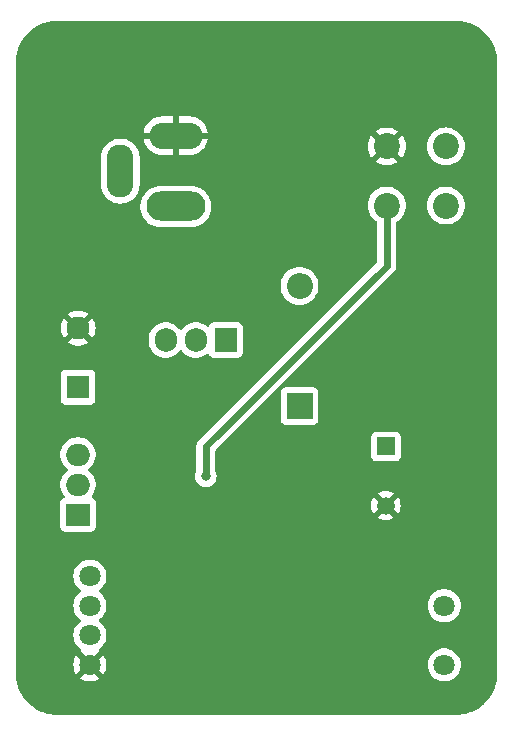
<source format=gbr>
%TF.GenerationSoftware,KiCad,Pcbnew,7.0.7*%
%TF.CreationDate,2023-10-06T20:37:38-05:00*%
%TF.ProjectId,Project_1,50726f6a-6563-4745-9f31-2e6b69636164,rev?*%
%TF.SameCoordinates,Original*%
%TF.FileFunction,Copper,L2,Bot*%
%TF.FilePolarity,Positive*%
%FSLAX46Y46*%
G04 Gerber Fmt 4.6, Leading zero omitted, Abs format (unit mm)*
G04 Created by KiCad (PCBNEW 7.0.7) date 2023-10-06 20:37:38*
%MOMM*%
%LPD*%
G01*
G04 APERTURE LIST*
%TA.AperFunction,ComponentPad*%
%ADD10R,2.200000X2.200000*%
%TD*%
%TA.AperFunction,ComponentPad*%
%ADD11O,2.200000X2.200000*%
%TD*%
%TA.AperFunction,ComponentPad*%
%ADD12O,5.000000X2.500000*%
%TD*%
%TA.AperFunction,ComponentPad*%
%ADD13O,4.500000X2.250000*%
%TD*%
%TA.AperFunction,ComponentPad*%
%ADD14O,2.250000X4.500000*%
%TD*%
%TA.AperFunction,ComponentPad*%
%ADD15C,1.800000*%
%TD*%
%TA.AperFunction,ComponentPad*%
%ADD16R,1.905000X2.000000*%
%TD*%
%TA.AperFunction,ComponentPad*%
%ADD17O,1.905000X2.000000*%
%TD*%
%TA.AperFunction,ComponentPad*%
%ADD18C,2.200000*%
%TD*%
%TA.AperFunction,ComponentPad*%
%ADD19R,1.950000X1.950000*%
%TD*%
%TA.AperFunction,ComponentPad*%
%ADD20C,1.950000*%
%TD*%
%TA.AperFunction,ComponentPad*%
%ADD21C,1.500000*%
%TD*%
%TA.AperFunction,ComponentPad*%
%ADD22R,1.500000X1.500000*%
%TD*%
%TA.AperFunction,ComponentPad*%
%ADD23R,2.000000X1.905000*%
%TD*%
%TA.AperFunction,ComponentPad*%
%ADD24O,2.000000X1.905000*%
%TD*%
%TA.AperFunction,ViaPad*%
%ADD25C,0.800000*%
%TD*%
%TA.AperFunction,Conductor*%
%ADD26C,0.600000*%
%TD*%
G04 APERTURE END LIST*
D10*
%TO.P,D1,1,K*%
%TO.N,/V_out*%
X91750000Y-93080000D03*
D11*
%TO.P,D1,2,A*%
%TO.N,Net-(D1-A)*%
X91750000Y-82920000D03*
%TD*%
D12*
%TO.P,J1,1*%
%TO.N,Net-(U1-VI)*%
X81280000Y-76200000D03*
D13*
%TO.P,J1,2*%
%TO.N,GND*%
X81280000Y-70200000D03*
D14*
%TO.P,J1,3*%
%TO.N,unconnected-(J1-Pad3)*%
X76580000Y-73200000D03*
%TD*%
D15*
%TO.P,RV2,1,CCW*%
%TO.N,Net-(RV2-CCW)*%
X74000000Y-110000000D03*
%TO.P,RV2,2,WIPER*%
%TO.N,/V_out*%
X74000000Y-107500000D03*
%TO.P,RV2,3,CW*%
%TO.N,unconnected-(RV2-CW-Pad3)*%
X104000000Y-110000000D03*
%TO.P,RV2,B,B*%
%TO.N,unconnected-(RV2-PadB)*%
X104000000Y-115000000D03*
%TO.P,RV2,E,E*%
%TO.N,GND*%
X74000000Y-115000000D03*
%TO.P,RV2,L,L*%
%TO.N,Net-(R4-Pad2)*%
X74000000Y-112500000D03*
%TD*%
D16*
%TO.P,U1,1,ADJ*%
%TO.N,Net-(D1-A)*%
X85500000Y-87500000D03*
D17*
%TO.P,U1,2,VO*%
%TO.N,/V_out*%
X82960000Y-87500000D03*
%TO.P,U1,3,VI*%
%TO.N,Net-(U1-VI)*%
X80420000Y-87500000D03*
%TD*%
D18*
%TO.P,SW1,4,NO_2*%
%TO.N,unconnected-(SW1-NO_2-Pad4)*%
X104140000Y-71120000D03*
%TO.P,SW1,3,NO_1*%
%TO.N,GND*%
X99140000Y-71120000D03*
%TO.P,SW1,2,COM_2*%
%TO.N,unconnected-(SW1-COM_2-Pad2)*%
X104140000Y-76120000D03*
%TO.P,SW1,1,COM_1*%
%TO.N,Net-(SW1-COM_1)*%
X99140000Y-76120000D03*
%TD*%
D19*
%TO.P,TB1,1,Pin_1*%
%TO.N,Net-(Q1-S)*%
X73000000Y-91500000D03*
D20*
%TO.P,TB1,2,Pin_2*%
%TO.N,GND*%
X73000000Y-86500000D03*
%TD*%
D21*
%TO.P,C3,N*%
%TO.N,GND*%
X99060000Y-101520000D03*
D22*
%TO.P,C3,P*%
%TO.N,Net-(RV2-CCW)*%
X99060000Y-96520000D03*
%TD*%
D23*
%TO.P,Q1,1,G*%
%TO.N,Net-(Q1-G)*%
X73000000Y-102290000D03*
D24*
%TO.P,Q1,2,D*%
%TO.N,/V_out*%
X73000000Y-99750000D03*
%TO.P,Q1,3,S*%
%TO.N,Net-(Q1-S)*%
X73000000Y-97210000D03*
%TD*%
D25*
%TO.N,GND*%
X88500000Y-78400000D03*
X76700000Y-81300000D03*
X79300000Y-99700000D03*
%TO.N,Net-(SW1-COM_1)*%
X83820000Y-99060000D03*
%TD*%
D26*
%TO.N,Net-(SW1-COM_1)*%
X99140000Y-76120000D02*
X99140000Y-81200000D01*
X83820000Y-96520000D02*
X83820000Y-99060000D01*
X99140000Y-81200000D02*
X83820000Y-96520000D01*
%TD*%
%TA.AperFunction,Conductor*%
%TO.N,GND*%
G36*
X105001513Y-60475448D02*
G01*
X105149064Y-60482696D01*
X105346891Y-60493078D01*
X105352694Y-60493660D01*
X105518993Y-60518328D01*
X105697915Y-60546667D01*
X105703215Y-60547748D01*
X105870610Y-60589678D01*
X106041639Y-60635506D01*
X106046467Y-60637013D01*
X106210774Y-60695803D01*
X106374594Y-60758687D01*
X106378864Y-60760513D01*
X106537665Y-60835620D01*
X106693349Y-60914946D01*
X106697063Y-60917002D01*
X106848328Y-61007666D01*
X106994630Y-61102675D01*
X106997784Y-61104866D01*
X107139830Y-61210214D01*
X107275349Y-61319954D01*
X107277923Y-61322159D01*
X107408101Y-61440143D01*
X107408101Y-61440144D01*
X107410306Y-61442242D01*
X107532637Y-61564573D01*
X107534721Y-61566761D01*
X107652701Y-61696932D01*
X107654931Y-61699534D01*
X107764670Y-61835050D01*
X107870008Y-61977080D01*
X107872208Y-61980246D01*
X107967220Y-62126550D01*
X108057885Y-62277813D01*
X108059948Y-62281541D01*
X108139286Y-62437249D01*
X108214365Y-62595986D01*
X108216200Y-62600277D01*
X108279092Y-62764113D01*
X108337879Y-62928408D01*
X108339387Y-62933238D01*
X108385212Y-63104255D01*
X108427138Y-63271632D01*
X108428234Y-63277000D01*
X108456573Y-63455917D01*
X108481232Y-63622151D01*
X108481818Y-63628006D01*
X108492434Y-63830532D01*
X108499425Y-63972825D01*
X108499500Y-63975868D01*
X108499500Y-115748469D01*
X108499425Y-115751511D01*
X108492011Y-115902438D01*
X108481836Y-116096582D01*
X108481250Y-116102438D01*
X108456145Y-116271682D01*
X108428286Y-116447574D01*
X108427191Y-116452942D01*
X108384793Y-116622209D01*
X108339479Y-116791320D01*
X108337967Y-116796163D01*
X108278672Y-116961879D01*
X108216342Y-117124252D01*
X108214507Y-117128543D01*
X108138868Y-117288470D01*
X108060133Y-117442992D01*
X108058070Y-117446720D01*
X107966822Y-117598961D01*
X107872461Y-117744262D01*
X107870262Y-117747428D01*
X107764285Y-117890323D01*
X107655245Y-118024975D01*
X107653001Y-118027594D01*
X107534340Y-118158517D01*
X107532241Y-118160721D01*
X107410721Y-118282241D01*
X107408517Y-118284340D01*
X107277594Y-118403001D01*
X107274975Y-118405245D01*
X107140323Y-118514285D01*
X106997428Y-118620262D01*
X106994262Y-118622461D01*
X106848961Y-118716822D01*
X106696720Y-118808070D01*
X106692992Y-118810133D01*
X106538470Y-118888868D01*
X106378543Y-118964507D01*
X106374252Y-118966342D01*
X106211879Y-119028672D01*
X106046163Y-119087967D01*
X106041320Y-119089479D01*
X105872209Y-119134793D01*
X105702942Y-119177191D01*
X105697574Y-119178286D01*
X105521682Y-119206145D01*
X105352438Y-119231250D01*
X105346582Y-119231836D01*
X105152438Y-119242011D01*
X105001513Y-119249425D01*
X104998470Y-119249500D01*
X71251530Y-119249500D01*
X71248487Y-119249425D01*
X71094107Y-119241841D01*
X70901131Y-119231741D01*
X70895271Y-119231154D01*
X70722233Y-119205487D01*
X70547656Y-119177836D01*
X70542288Y-119176741D01*
X70370132Y-119133618D01*
X70201465Y-119088422D01*
X70196623Y-119086910D01*
X70028456Y-119026740D01*
X69866151Y-118964437D01*
X69861861Y-118962601D01*
X69699773Y-118885940D01*
X69545123Y-118807141D01*
X69541395Y-118805077D01*
X69387212Y-118712663D01*
X69241711Y-118618172D01*
X69238545Y-118615973D01*
X69093875Y-118508679D01*
X68959001Y-118399459D01*
X68956382Y-118397215D01*
X68823840Y-118277085D01*
X68821635Y-118274986D01*
X68699889Y-118153239D01*
X68697791Y-118151034D01*
X68577664Y-118018494D01*
X68575420Y-118015875D01*
X68466215Y-117881016D01*
X68358906Y-117736327D01*
X68356719Y-117733179D01*
X68262234Y-117587684D01*
X68169790Y-117433449D01*
X68167741Y-117429747D01*
X68088948Y-117275104D01*
X68012280Y-117113002D01*
X68010456Y-117108736D01*
X67948151Y-116946422D01*
X67887972Y-116778230D01*
X67886473Y-116773431D01*
X67841281Y-116604768D01*
X67798148Y-116432568D01*
X67797062Y-116427243D01*
X67769406Y-116252620D01*
X67767951Y-116242813D01*
X67743733Y-116079547D01*
X67743154Y-116073752D01*
X67733289Y-115885485D01*
X67725448Y-115725840D01*
X67725373Y-115722798D01*
X67725373Y-112500006D01*
X72594700Y-112500006D01*
X72613864Y-112731297D01*
X72613866Y-112731308D01*
X72670842Y-112956300D01*
X72764075Y-113168848D01*
X72891016Y-113363147D01*
X72891019Y-113363151D01*
X72891021Y-113363153D01*
X73048216Y-113533913D01*
X73200529Y-113652462D01*
X73241341Y-113709172D01*
X73245016Y-113778945D01*
X73210385Y-113839628D01*
X73201204Y-113847582D01*
X73201200Y-113847647D01*
X73636765Y-114283212D01*
X73670250Y-114344535D01*
X73665266Y-114414227D01*
X73623394Y-114470160D01*
X73621970Y-114471210D01*
X73551510Y-114522402D01*
X73551508Y-114522405D01*
X73465130Y-114626818D01*
X73407230Y-114665925D01*
X73337378Y-114667521D01*
X73281905Y-114635458D01*
X72848812Y-114202365D01*
X72764516Y-114331391D01*
X72764514Y-114331395D01*
X72671317Y-114543864D01*
X72614361Y-114768781D01*
X72595202Y-114999994D01*
X72595202Y-115000005D01*
X72614361Y-115231218D01*
X72671317Y-115456135D01*
X72764516Y-115668609D01*
X72848811Y-115797633D01*
X73282331Y-115364114D01*
X73343654Y-115330629D01*
X73413345Y-115335613D01*
X73469279Y-115377484D01*
X73474707Y-115385350D01*
X73495187Y-115417620D01*
X73495188Y-115417621D01*
X73614904Y-115530041D01*
X73618266Y-115532484D01*
X73620264Y-115535074D01*
X73620590Y-115535381D01*
X73620540Y-115535433D01*
X73660934Y-115587812D01*
X73666915Y-115657425D01*
X73634311Y-115719221D01*
X73633065Y-115720485D01*
X73201199Y-116152350D01*
X73201199Y-116152351D01*
X73231650Y-116176050D01*
X73435697Y-116286476D01*
X73435706Y-116286479D01*
X73655139Y-116361811D01*
X73883993Y-116400000D01*
X74116007Y-116400000D01*
X74344860Y-116361811D01*
X74564293Y-116286479D01*
X74564302Y-116286476D01*
X74768350Y-116176050D01*
X74798798Y-116152351D01*
X74363234Y-115716787D01*
X74329749Y-115655464D01*
X74334733Y-115585772D01*
X74376605Y-115529839D01*
X74377953Y-115528844D01*
X74448492Y-115477595D01*
X74534871Y-115373180D01*
X74592768Y-115334074D01*
X74662620Y-115332478D01*
X74718094Y-115364541D01*
X75151186Y-115797634D01*
X75235484Y-115668606D01*
X75328682Y-115456135D01*
X75385638Y-115231218D01*
X75404798Y-115000006D01*
X102594700Y-115000006D01*
X102613864Y-115231297D01*
X102613866Y-115231308D01*
X102670842Y-115456300D01*
X102764075Y-115668848D01*
X102891016Y-115863147D01*
X102891019Y-115863151D01*
X102891021Y-115863153D01*
X103048216Y-116033913D01*
X103048219Y-116033915D01*
X103048222Y-116033918D01*
X103231365Y-116176464D01*
X103231371Y-116176468D01*
X103231374Y-116176470D01*
X103353965Y-116242813D01*
X103434652Y-116286479D01*
X103435497Y-116286936D01*
X103549487Y-116326068D01*
X103655015Y-116362297D01*
X103655017Y-116362297D01*
X103655019Y-116362298D01*
X103883951Y-116400500D01*
X103883952Y-116400500D01*
X104116048Y-116400500D01*
X104116049Y-116400500D01*
X104344981Y-116362298D01*
X104564503Y-116286936D01*
X104768626Y-116176470D01*
X104951784Y-116033913D01*
X105108979Y-115863153D01*
X105235924Y-115668849D01*
X105329157Y-115456300D01*
X105386134Y-115231305D01*
X105386135Y-115231297D01*
X105405300Y-115000006D01*
X105405300Y-114999993D01*
X105386135Y-114768702D01*
X105386133Y-114768691D01*
X105329157Y-114543699D01*
X105235924Y-114331151D01*
X105108983Y-114136852D01*
X105108980Y-114136849D01*
X105108979Y-114136847D01*
X104951784Y-113966087D01*
X104951779Y-113966083D01*
X104951777Y-113966081D01*
X104768634Y-113823535D01*
X104768628Y-113823531D01*
X104564504Y-113713064D01*
X104564495Y-113713061D01*
X104344984Y-113637702D01*
X104173281Y-113609050D01*
X104116049Y-113599500D01*
X103883951Y-113599500D01*
X103838164Y-113607140D01*
X103655015Y-113637702D01*
X103435504Y-113713061D01*
X103435495Y-113713064D01*
X103231371Y-113823531D01*
X103231365Y-113823535D01*
X103048222Y-113966081D01*
X103048219Y-113966084D01*
X102891016Y-114136852D01*
X102764075Y-114331151D01*
X102670842Y-114543699D01*
X102613866Y-114768691D01*
X102613864Y-114768702D01*
X102594700Y-114999993D01*
X102594700Y-115000006D01*
X75404798Y-115000006D01*
X75404798Y-115000005D01*
X75404798Y-114999994D01*
X75385638Y-114768781D01*
X75328682Y-114543864D01*
X75235483Y-114331390D01*
X75151186Y-114202364D01*
X74717667Y-114635884D01*
X74656344Y-114669369D01*
X74586652Y-114664385D01*
X74530719Y-114622513D01*
X74525290Y-114614646D01*
X74523771Y-114612252D01*
X74504814Y-114582381D01*
X74504811Y-114582378D01*
X74385098Y-114469960D01*
X74381728Y-114467512D01*
X74379726Y-114464915D01*
X74379410Y-114464619D01*
X74379457Y-114464568D01*
X74339063Y-114412182D01*
X74333084Y-114342568D01*
X74365690Y-114280773D01*
X74366933Y-114279513D01*
X74798799Y-113847647D01*
X74798770Y-113847195D01*
X74758658Y-113791460D01*
X74754983Y-113721687D01*
X74789614Y-113661004D01*
X74799465Y-113652466D01*
X74951784Y-113533913D01*
X75108979Y-113363153D01*
X75235924Y-113168849D01*
X75329157Y-112956300D01*
X75386134Y-112731305D01*
X75405300Y-112500000D01*
X75405300Y-112499993D01*
X75386135Y-112268702D01*
X75386133Y-112268691D01*
X75329157Y-112043699D01*
X75235924Y-111831151D01*
X75108983Y-111636852D01*
X75108980Y-111636849D01*
X75108979Y-111636847D01*
X74951784Y-111466087D01*
X74799876Y-111347852D01*
X74759064Y-111291143D01*
X74755389Y-111221370D01*
X74790020Y-111160687D01*
X74799876Y-111152147D01*
X74951784Y-111033913D01*
X75108979Y-110863153D01*
X75235924Y-110668849D01*
X75329157Y-110456300D01*
X75386134Y-110231305D01*
X75405300Y-110000006D01*
X102594700Y-110000006D01*
X102613864Y-110231297D01*
X102613866Y-110231308D01*
X102670842Y-110456300D01*
X102764075Y-110668848D01*
X102891016Y-110863147D01*
X102891019Y-110863151D01*
X102891021Y-110863153D01*
X103048216Y-111033913D01*
X103048219Y-111033915D01*
X103048222Y-111033918D01*
X103231365Y-111176464D01*
X103231371Y-111176468D01*
X103231374Y-111176470D01*
X103435497Y-111286936D01*
X103542092Y-111323530D01*
X103655015Y-111362297D01*
X103655017Y-111362297D01*
X103655019Y-111362298D01*
X103883951Y-111400500D01*
X103883952Y-111400500D01*
X104116048Y-111400500D01*
X104116049Y-111400500D01*
X104344981Y-111362298D01*
X104564503Y-111286936D01*
X104768626Y-111176470D01*
X104951784Y-111033913D01*
X105108979Y-110863153D01*
X105235924Y-110668849D01*
X105329157Y-110456300D01*
X105386134Y-110231305D01*
X105405300Y-110000000D01*
X105405300Y-109999993D01*
X105386135Y-109768702D01*
X105386133Y-109768691D01*
X105329157Y-109543699D01*
X105235924Y-109331151D01*
X105108983Y-109136852D01*
X105108980Y-109136849D01*
X105108979Y-109136847D01*
X104951784Y-108966087D01*
X104951779Y-108966083D01*
X104951777Y-108966081D01*
X104768634Y-108823535D01*
X104768628Y-108823531D01*
X104564504Y-108713064D01*
X104564495Y-108713061D01*
X104344984Y-108637702D01*
X104173281Y-108609050D01*
X104116049Y-108599500D01*
X103883951Y-108599500D01*
X103838164Y-108607140D01*
X103655015Y-108637702D01*
X103435504Y-108713061D01*
X103435495Y-108713064D01*
X103231371Y-108823531D01*
X103231365Y-108823535D01*
X103048222Y-108966081D01*
X103048219Y-108966084D01*
X102891016Y-109136852D01*
X102764075Y-109331151D01*
X102670842Y-109543699D01*
X102613866Y-109768691D01*
X102613864Y-109768702D01*
X102594700Y-109999993D01*
X102594700Y-110000006D01*
X75405300Y-110000006D01*
X75405300Y-110000000D01*
X75405300Y-109999993D01*
X75386135Y-109768702D01*
X75386133Y-109768691D01*
X75329157Y-109543699D01*
X75235924Y-109331151D01*
X75108983Y-109136852D01*
X75108980Y-109136849D01*
X75108979Y-109136847D01*
X74951784Y-108966087D01*
X74799876Y-108847852D01*
X74759064Y-108791143D01*
X74755389Y-108721370D01*
X74790020Y-108660687D01*
X74799876Y-108652147D01*
X74951784Y-108533913D01*
X75108979Y-108363153D01*
X75235924Y-108168849D01*
X75329157Y-107956300D01*
X75386134Y-107731305D01*
X75405300Y-107500000D01*
X75405300Y-107499993D01*
X75386135Y-107268702D01*
X75386133Y-107268691D01*
X75329157Y-107043699D01*
X75235924Y-106831151D01*
X75108983Y-106636852D01*
X75108980Y-106636849D01*
X75108979Y-106636847D01*
X74951784Y-106466087D01*
X74951779Y-106466083D01*
X74951777Y-106466081D01*
X74768634Y-106323535D01*
X74768628Y-106323531D01*
X74564504Y-106213064D01*
X74564495Y-106213061D01*
X74344984Y-106137702D01*
X74173281Y-106109050D01*
X74116049Y-106099500D01*
X73883951Y-106099500D01*
X73838164Y-106107140D01*
X73655015Y-106137702D01*
X73435504Y-106213061D01*
X73435495Y-106213064D01*
X73231371Y-106323531D01*
X73231365Y-106323535D01*
X73048222Y-106466081D01*
X73048219Y-106466084D01*
X72891016Y-106636852D01*
X72764075Y-106831151D01*
X72670842Y-107043699D01*
X72613866Y-107268691D01*
X72613864Y-107268702D01*
X72594700Y-107499993D01*
X72594700Y-107500006D01*
X72613864Y-107731297D01*
X72613866Y-107731308D01*
X72670842Y-107956300D01*
X72764075Y-108168848D01*
X72891016Y-108363147D01*
X72891019Y-108363151D01*
X72891021Y-108363153D01*
X73048216Y-108533913D01*
X73048219Y-108533915D01*
X73048222Y-108533918D01*
X73200122Y-108652147D01*
X73240935Y-108708857D01*
X73244610Y-108778630D01*
X73209978Y-108839313D01*
X73200122Y-108847853D01*
X73048222Y-108966081D01*
X73048219Y-108966084D01*
X72891016Y-109136852D01*
X72764075Y-109331151D01*
X72670842Y-109543699D01*
X72613866Y-109768691D01*
X72613864Y-109768702D01*
X72594700Y-109999993D01*
X72594700Y-110000006D01*
X72613864Y-110231297D01*
X72613866Y-110231308D01*
X72670842Y-110456300D01*
X72764075Y-110668848D01*
X72891016Y-110863147D01*
X72891019Y-110863151D01*
X72891021Y-110863153D01*
X73048216Y-111033913D01*
X73048219Y-111033915D01*
X73048222Y-111033918D01*
X73200122Y-111152147D01*
X73240935Y-111208857D01*
X73244610Y-111278630D01*
X73209978Y-111339313D01*
X73200122Y-111347853D01*
X73048222Y-111466081D01*
X73048219Y-111466084D01*
X72891016Y-111636852D01*
X72764075Y-111831151D01*
X72670842Y-112043699D01*
X72613866Y-112268691D01*
X72613864Y-112268702D01*
X72594700Y-112499993D01*
X72594700Y-112500006D01*
X67725373Y-112500006D01*
X67725373Y-103290370D01*
X71499500Y-103290370D01*
X71499501Y-103290376D01*
X71505908Y-103349983D01*
X71556202Y-103484828D01*
X71556206Y-103484835D01*
X71642452Y-103600044D01*
X71642455Y-103600047D01*
X71757664Y-103686293D01*
X71757671Y-103686297D01*
X71892517Y-103736591D01*
X71892516Y-103736591D01*
X71899444Y-103737335D01*
X71952127Y-103743000D01*
X74047872Y-103742999D01*
X74107483Y-103736591D01*
X74242331Y-103686296D01*
X74357546Y-103600046D01*
X74443796Y-103484831D01*
X74494091Y-103349983D01*
X74500500Y-103290373D01*
X74500499Y-101520000D01*
X97805225Y-101520000D01*
X97824287Y-101737884D01*
X97824289Y-101737894D01*
X97880894Y-101949150D01*
X97880898Y-101949159D01*
X97973335Y-102147391D01*
X98016873Y-102209571D01*
X98016874Y-102209572D01*
X98574734Y-101651712D01*
X98636057Y-101618227D01*
X98705748Y-101623211D01*
X98761682Y-101665082D01*
X98769800Y-101677389D01*
X98774198Y-101685006D01*
X98818568Y-101737884D01*
X98847871Y-101772805D01*
X98847872Y-101772806D01*
X98847874Y-101772807D01*
X98906277Y-101806526D01*
X98954493Y-101857093D01*
X98967716Y-101925700D01*
X98941748Y-101990565D01*
X98931958Y-102001594D01*
X98370426Y-102563124D01*
X98432611Y-102606666D01*
X98432613Y-102606667D01*
X98630840Y-102699101D01*
X98630849Y-102699105D01*
X98842105Y-102755710D01*
X98842115Y-102755712D01*
X99059999Y-102774775D01*
X99060001Y-102774775D01*
X99277884Y-102755712D01*
X99277894Y-102755710D01*
X99489150Y-102699105D01*
X99489159Y-102699101D01*
X99687387Y-102606666D01*
X99749572Y-102563124D01*
X99188041Y-102001593D01*
X99154556Y-101940270D01*
X99159540Y-101870578D01*
X99201412Y-101814645D01*
X99213707Y-101806534D01*
X99272129Y-101772805D01*
X99345801Y-101685007D01*
X99345803Y-101685000D01*
X99350196Y-101677394D01*
X99400763Y-101629178D01*
X99469370Y-101615954D01*
X99534235Y-101641922D01*
X99545265Y-101651712D01*
X100103124Y-102209572D01*
X100146666Y-102147387D01*
X100239101Y-101949159D01*
X100239105Y-101949150D01*
X100295710Y-101737894D01*
X100295712Y-101737884D01*
X100314775Y-101520000D01*
X100314775Y-101519999D01*
X100295712Y-101302115D01*
X100295710Y-101302105D01*
X100239105Y-101090849D01*
X100239101Y-101090840D01*
X100146668Y-100892615D01*
X100103123Y-100830428D01*
X99545265Y-101388287D01*
X99483942Y-101421772D01*
X99414250Y-101416788D01*
X99358317Y-101374916D01*
X99350198Y-101362608D01*
X99345801Y-101354993D01*
X99272131Y-101267197D01*
X99272130Y-101267196D01*
X99272129Y-101267195D01*
X99213720Y-101233472D01*
X99165506Y-101182905D01*
X99152284Y-101114298D01*
X99178252Y-101049434D01*
X99188041Y-101038405D01*
X99749572Y-100476874D01*
X99749571Y-100476873D01*
X99687391Y-100433335D01*
X99489159Y-100340898D01*
X99489150Y-100340894D01*
X99277894Y-100284289D01*
X99277884Y-100284287D01*
X99060001Y-100265225D01*
X99059999Y-100265225D01*
X98842115Y-100284287D01*
X98842105Y-100284289D01*
X98630849Y-100340894D01*
X98630840Y-100340898D01*
X98432614Y-100433332D01*
X98432612Y-100433333D01*
X98370428Y-100476875D01*
X98370427Y-100476875D01*
X98931958Y-101038405D01*
X98965443Y-101099728D01*
X98960459Y-101169419D01*
X98918588Y-101225353D01*
X98906278Y-101233472D01*
X98847876Y-101267190D01*
X98847868Y-101267197D01*
X98774198Y-101354993D01*
X98769800Y-101362611D01*
X98719231Y-101410825D01*
X98650623Y-101424045D01*
X98585760Y-101398075D01*
X98574734Y-101388288D01*
X98016875Y-100830427D01*
X98016875Y-100830428D01*
X97973333Y-100892612D01*
X97973332Y-100892614D01*
X97880898Y-101090840D01*
X97880894Y-101090849D01*
X97824289Y-101302105D01*
X97824287Y-101302115D01*
X97805225Y-101519999D01*
X97805225Y-101520000D01*
X74500499Y-101520000D01*
X74500499Y-101289628D01*
X74494091Y-101230017D01*
X74492351Y-101225353D01*
X74443797Y-101095171D01*
X74443793Y-101095164D01*
X74357547Y-100979955D01*
X74357544Y-100979952D01*
X74242335Y-100893706D01*
X74242328Y-100893702D01*
X74211687Y-100882274D01*
X74155753Y-100840403D01*
X74131336Y-100774938D01*
X74146188Y-100706665D01*
X74157161Y-100689937D01*
X74268072Y-100547439D01*
X74382679Y-100335664D01*
X74460866Y-100107913D01*
X74500500Y-99870399D01*
X74500500Y-99629601D01*
X74460866Y-99392087D01*
X74382679Y-99164336D01*
X74326215Y-99060000D01*
X82914540Y-99060000D01*
X82934326Y-99248256D01*
X82934327Y-99248259D01*
X82992818Y-99428277D01*
X82992821Y-99428284D01*
X83087467Y-99592216D01*
X83121129Y-99629601D01*
X83214129Y-99732888D01*
X83367265Y-99844148D01*
X83367270Y-99844151D01*
X83540192Y-99921142D01*
X83540197Y-99921144D01*
X83725354Y-99960500D01*
X83725355Y-99960500D01*
X83914644Y-99960500D01*
X83914646Y-99960500D01*
X84099803Y-99921144D01*
X84272730Y-99844151D01*
X84425871Y-99732888D01*
X84552533Y-99592216D01*
X84647179Y-99428284D01*
X84705674Y-99248256D01*
X84725460Y-99060000D01*
X84705674Y-98871744D01*
X84647179Y-98691716D01*
X84647178Y-98691715D01*
X84647178Y-98691713D01*
X84637112Y-98674277D01*
X84620500Y-98612279D01*
X84620500Y-97317870D01*
X97809500Y-97317870D01*
X97809501Y-97317876D01*
X97815908Y-97377483D01*
X97866202Y-97512328D01*
X97866206Y-97512335D01*
X97952452Y-97627544D01*
X97952455Y-97627547D01*
X98067664Y-97713793D01*
X98067671Y-97713797D01*
X98202517Y-97764091D01*
X98202516Y-97764091D01*
X98209444Y-97764835D01*
X98262127Y-97770500D01*
X99857872Y-97770499D01*
X99917483Y-97764091D01*
X100052331Y-97713796D01*
X100167546Y-97627546D01*
X100253796Y-97512331D01*
X100304091Y-97377483D01*
X100310500Y-97317873D01*
X100310499Y-95722128D01*
X100304091Y-95662517D01*
X100253796Y-95527669D01*
X100253795Y-95527668D01*
X100253793Y-95527664D01*
X100167547Y-95412455D01*
X100167544Y-95412452D01*
X100052335Y-95326206D01*
X100052328Y-95326202D01*
X99917482Y-95275908D01*
X99917483Y-95275908D01*
X99857883Y-95269501D01*
X99857881Y-95269500D01*
X99857873Y-95269500D01*
X99857864Y-95269500D01*
X98262129Y-95269500D01*
X98262123Y-95269501D01*
X98202516Y-95275908D01*
X98067671Y-95326202D01*
X98067664Y-95326206D01*
X97952455Y-95412452D01*
X97952452Y-95412455D01*
X97866206Y-95527664D01*
X97866202Y-95527671D01*
X97815908Y-95662517D01*
X97809501Y-95722116D01*
X97809501Y-95722123D01*
X97809500Y-95722135D01*
X97809500Y-97317870D01*
X84620500Y-97317870D01*
X84620500Y-96902940D01*
X84640185Y-96835901D01*
X84656819Y-96815259D01*
X87244208Y-94227870D01*
X90149500Y-94227870D01*
X90149501Y-94227876D01*
X90155908Y-94287483D01*
X90206202Y-94422328D01*
X90206206Y-94422335D01*
X90292452Y-94537544D01*
X90292455Y-94537547D01*
X90407664Y-94623793D01*
X90407671Y-94623797D01*
X90542517Y-94674091D01*
X90542516Y-94674091D01*
X90549444Y-94674835D01*
X90602127Y-94680500D01*
X92897872Y-94680499D01*
X92957483Y-94674091D01*
X93092331Y-94623796D01*
X93207546Y-94537546D01*
X93293796Y-94422331D01*
X93344091Y-94287483D01*
X93350500Y-94227873D01*
X93350499Y-91932128D01*
X93344091Y-91872517D01*
X93293796Y-91737669D01*
X93293795Y-91737668D01*
X93293793Y-91737664D01*
X93207547Y-91622455D01*
X93207544Y-91622452D01*
X93092335Y-91536206D01*
X93092328Y-91536202D01*
X92957482Y-91485908D01*
X92957483Y-91485908D01*
X92897883Y-91479501D01*
X92897881Y-91479500D01*
X92897873Y-91479500D01*
X92897864Y-91479500D01*
X90602129Y-91479500D01*
X90602123Y-91479501D01*
X90542516Y-91485908D01*
X90407671Y-91536202D01*
X90407664Y-91536206D01*
X90292455Y-91622452D01*
X90292452Y-91622455D01*
X90206206Y-91737664D01*
X90206202Y-91737671D01*
X90155908Y-91872517D01*
X90149501Y-91932116D01*
X90149501Y-91932123D01*
X90149500Y-91932135D01*
X90149500Y-94227870D01*
X87244208Y-94227870D01*
X99774077Y-81698001D01*
X99776627Y-81691421D01*
X99792041Y-81666890D01*
X99796045Y-81661247D01*
X99822092Y-81628586D01*
X99840213Y-81590955D01*
X99843570Y-81584881D01*
X99865789Y-81549522D01*
X99879581Y-81510107D01*
X99882244Y-81503679D01*
X99889056Y-81489533D01*
X99900360Y-81466061D01*
X99909658Y-81425321D01*
X99911571Y-81418680D01*
X99925368Y-81379255D01*
X99930043Y-81337760D01*
X99931208Y-81330905D01*
X99932726Y-81324249D01*
X99940500Y-81290194D01*
X99940500Y-81109806D01*
X99940500Y-77576006D01*
X99960185Y-77508968D01*
X99999709Y-77470280D01*
X100083659Y-77418836D01*
X100275224Y-77255224D01*
X100438836Y-77063659D01*
X100570466Y-76848859D01*
X100666873Y-76616111D01*
X100725683Y-76371148D01*
X100745449Y-76120000D01*
X102534551Y-76120000D01*
X102554317Y-76371151D01*
X102613126Y-76616110D01*
X102709533Y-76848859D01*
X102841160Y-77063653D01*
X102841161Y-77063656D01*
X102896604Y-77128571D01*
X103004776Y-77255224D01*
X103050738Y-77294479D01*
X103196343Y-77418838D01*
X103196346Y-77418839D01*
X103411140Y-77550466D01*
X103643888Y-77646872D01*
X103643889Y-77646873D01*
X103888852Y-77705683D01*
X104140000Y-77725449D01*
X104391148Y-77705683D01*
X104636111Y-77646873D01*
X104868859Y-77550466D01*
X105083659Y-77418836D01*
X105275224Y-77255224D01*
X105438836Y-77063659D01*
X105570466Y-76848859D01*
X105666873Y-76616111D01*
X105725683Y-76371148D01*
X105745449Y-76120000D01*
X105725683Y-75868852D01*
X105666873Y-75623889D01*
X105666873Y-75623888D01*
X105570466Y-75391140D01*
X105438839Y-75176346D01*
X105438838Y-75176343D01*
X105343948Y-75065242D01*
X105275224Y-74984776D01*
X105092670Y-74828860D01*
X105083656Y-74821161D01*
X105083653Y-74821160D01*
X104868859Y-74689533D01*
X104636110Y-74593126D01*
X104391151Y-74534317D01*
X104140000Y-74514551D01*
X103888848Y-74534317D01*
X103643889Y-74593126D01*
X103411140Y-74689533D01*
X103196346Y-74821160D01*
X103196343Y-74821161D01*
X103004776Y-74984776D01*
X102841161Y-75176343D01*
X102841160Y-75176346D01*
X102709533Y-75391140D01*
X102613126Y-75623889D01*
X102554317Y-75868848D01*
X102534551Y-76120000D01*
X100745449Y-76120000D01*
X100725683Y-75868852D01*
X100666873Y-75623889D01*
X100666873Y-75623888D01*
X100570466Y-75391140D01*
X100438839Y-75176346D01*
X100438838Y-75176343D01*
X100343948Y-75065242D01*
X100275224Y-74984776D01*
X100092670Y-74828860D01*
X100083656Y-74821161D01*
X100083653Y-74821160D01*
X99868859Y-74689533D01*
X99636110Y-74593126D01*
X99391151Y-74534317D01*
X99202786Y-74519492D01*
X99140000Y-74514551D01*
X99139999Y-74514551D01*
X98888848Y-74534317D01*
X98643889Y-74593126D01*
X98411140Y-74689533D01*
X98196346Y-74821160D01*
X98196343Y-74821161D01*
X98004776Y-74984776D01*
X97841161Y-75176343D01*
X97841160Y-75176346D01*
X97709533Y-75391140D01*
X97613126Y-75623889D01*
X97554317Y-75868848D01*
X97534551Y-76120000D01*
X97554317Y-76371151D01*
X97613126Y-76616110D01*
X97709533Y-76848859D01*
X97841160Y-77063653D01*
X97841161Y-77063656D01*
X97896604Y-77128571D01*
X98004776Y-77255224D01*
X98196341Y-77418836D01*
X98280289Y-77470279D01*
X98327165Y-77522091D01*
X98339500Y-77576007D01*
X98339500Y-80817059D01*
X98319815Y-80884098D01*
X98303181Y-80904740D01*
X83300296Y-95907625D01*
X83190183Y-96017739D01*
X83167966Y-96053096D01*
X83163941Y-96058769D01*
X83137910Y-96091410D01*
X83119791Y-96129033D01*
X83116427Y-96135120D01*
X83094212Y-96170476D01*
X83094208Y-96170483D01*
X83080416Y-96209895D01*
X83077755Y-96216320D01*
X83059639Y-96253939D01*
X83050344Y-96294659D01*
X83048419Y-96301341D01*
X83034632Y-96340744D01*
X83029955Y-96382235D01*
X83028791Y-96389089D01*
X83019500Y-96429806D01*
X83019500Y-98612279D01*
X83002888Y-98674277D01*
X82992821Y-98691713D01*
X82934327Y-98871740D01*
X82934326Y-98871744D01*
X82914540Y-99060000D01*
X74326215Y-99060000D01*
X74268072Y-98952561D01*
X74120171Y-98762537D01*
X73943010Y-98599449D01*
X73919070Y-98583808D01*
X73873714Y-98530664D01*
X73864290Y-98461433D01*
X73893791Y-98398096D01*
X73919070Y-98376191D01*
X73943010Y-98360551D01*
X74120171Y-98197463D01*
X74268072Y-98007439D01*
X74382679Y-97795664D01*
X74460866Y-97567913D01*
X74500500Y-97330399D01*
X74500500Y-97089601D01*
X74460866Y-96852087D01*
X74460691Y-96851578D01*
X74382681Y-96624343D01*
X74382678Y-96624334D01*
X74301887Y-96475046D01*
X74268072Y-96412561D01*
X74120171Y-96222537D01*
X73943010Y-96059449D01*
X73741422Y-95927745D01*
X73741419Y-95927743D01*
X73741418Y-95927743D01*
X73520905Y-95831017D01*
X73287472Y-95771904D01*
X73143329Y-95759960D01*
X73107600Y-95757000D01*
X72892400Y-95757000D01*
X72859898Y-95759693D01*
X72712527Y-95771904D01*
X72479094Y-95831017D01*
X72258581Y-95927743D01*
X72056990Y-96059449D01*
X71889997Y-96213177D01*
X71879829Y-96222537D01*
X71855388Y-96253939D01*
X71731929Y-96412558D01*
X71617321Y-96624334D01*
X71617318Y-96624343D01*
X71539134Y-96852083D01*
X71499500Y-97089602D01*
X71499500Y-97330397D01*
X71539134Y-97567916D01*
X71617318Y-97795656D01*
X71617321Y-97795665D01*
X71731929Y-98007441D01*
X71775451Y-98063358D01*
X71879829Y-98197463D01*
X72056990Y-98360551D01*
X72080931Y-98376193D01*
X72126287Y-98429339D01*
X72135710Y-98498570D01*
X72106207Y-98561906D01*
X72080933Y-98583806D01*
X72056990Y-98599449D01*
X71879829Y-98762537D01*
X71836305Y-98818456D01*
X71731929Y-98952558D01*
X71617321Y-99164334D01*
X71617318Y-99164343D01*
X71539134Y-99392083D01*
X71507426Y-99582098D01*
X71499500Y-99629601D01*
X71499500Y-99870399D01*
X71507968Y-99921144D01*
X71539134Y-100107916D01*
X71617318Y-100335656D01*
X71617321Y-100335665D01*
X71731929Y-100547441D01*
X71731933Y-100547447D01*
X71842832Y-100689930D01*
X71868475Y-100754924D01*
X71854908Y-100823464D01*
X71806440Y-100873788D01*
X71788313Y-100882273D01*
X71757675Y-100893700D01*
X71757664Y-100893706D01*
X71642455Y-100979952D01*
X71642452Y-100979955D01*
X71556206Y-101095164D01*
X71556202Y-101095171D01*
X71505908Y-101230017D01*
X71499501Y-101289616D01*
X71499501Y-101289623D01*
X71499500Y-101289635D01*
X71499500Y-103290370D01*
X67725373Y-103290370D01*
X67725373Y-92522870D01*
X71524500Y-92522870D01*
X71524501Y-92522876D01*
X71530908Y-92582483D01*
X71581202Y-92717328D01*
X71581206Y-92717335D01*
X71667452Y-92832544D01*
X71667455Y-92832547D01*
X71782664Y-92918793D01*
X71782671Y-92918797D01*
X71917517Y-92969091D01*
X71917516Y-92969091D01*
X71924444Y-92969835D01*
X71977127Y-92975500D01*
X74022872Y-92975499D01*
X74082483Y-92969091D01*
X74217331Y-92918796D01*
X74332546Y-92832546D01*
X74418796Y-92717331D01*
X74469091Y-92582483D01*
X74475500Y-92522873D01*
X74475499Y-90477128D01*
X74469091Y-90417517D01*
X74418796Y-90282669D01*
X74418795Y-90282668D01*
X74418793Y-90282664D01*
X74332547Y-90167455D01*
X74332544Y-90167452D01*
X74217335Y-90081206D01*
X74217328Y-90081202D01*
X74082482Y-90030908D01*
X74082483Y-90030908D01*
X74022883Y-90024501D01*
X74022881Y-90024500D01*
X74022873Y-90024500D01*
X74022864Y-90024500D01*
X71977129Y-90024500D01*
X71977123Y-90024501D01*
X71917516Y-90030908D01*
X71782671Y-90081202D01*
X71782664Y-90081206D01*
X71667455Y-90167452D01*
X71667452Y-90167455D01*
X71581206Y-90282664D01*
X71581202Y-90282671D01*
X71530908Y-90417517D01*
X71524501Y-90477116D01*
X71524501Y-90477123D01*
X71524500Y-90477135D01*
X71524500Y-92522870D01*
X67725373Y-92522870D01*
X67725373Y-86500005D01*
X71519945Y-86500005D01*
X71540130Y-86743605D01*
X71600138Y-86980573D01*
X71698328Y-87204424D01*
X71794626Y-87351820D01*
X72282332Y-86864114D01*
X72343655Y-86830629D01*
X72413346Y-86835613D01*
X72469280Y-86877484D01*
X72474709Y-86885352D01*
X72495187Y-86917620D01*
X72495188Y-86917621D01*
X72614904Y-87030041D01*
X72618266Y-87032484D01*
X72620264Y-87035074D01*
X72620590Y-87035381D01*
X72620540Y-87035433D01*
X72660934Y-87087812D01*
X72666915Y-87157425D01*
X72634311Y-87219221D01*
X72633065Y-87220485D01*
X72147757Y-87705792D01*
X72147758Y-87705794D01*
X72190485Y-87739050D01*
X72190485Y-87739051D01*
X72405468Y-87855394D01*
X72405476Y-87855397D01*
X72636664Y-87934765D01*
X72877779Y-87975000D01*
X73122221Y-87975000D01*
X73363335Y-87934765D01*
X73594523Y-87855397D01*
X73594531Y-87855394D01*
X73809515Y-87739050D01*
X73809516Y-87739048D01*
X73852240Y-87705794D01*
X73852241Y-87705793D01*
X73754046Y-87607598D01*
X78967000Y-87607598D01*
X78981904Y-87787472D01*
X78981904Y-87787475D01*
X78981905Y-87787476D01*
X79041017Y-88020905D01*
X79137745Y-88241422D01*
X79269449Y-88443010D01*
X79432537Y-88620171D01*
X79622561Y-88768072D01*
X79834336Y-88882679D01*
X79952598Y-88923278D01*
X80062083Y-88960865D01*
X80062085Y-88960865D01*
X80062087Y-88960866D01*
X80299601Y-89000500D01*
X80299602Y-89000500D01*
X80540398Y-89000500D01*
X80540399Y-89000500D01*
X80777913Y-88960866D01*
X81005664Y-88882679D01*
X81217439Y-88768072D01*
X81407463Y-88620171D01*
X81570551Y-88443010D01*
X81586190Y-88419071D01*
X81639336Y-88373714D01*
X81708567Y-88364290D01*
X81771904Y-88393791D01*
X81793808Y-88419070D01*
X81809449Y-88443010D01*
X81972537Y-88620171D01*
X82162561Y-88768072D01*
X82374336Y-88882679D01*
X82492598Y-88923278D01*
X82602083Y-88960865D01*
X82602085Y-88960865D01*
X82602087Y-88960866D01*
X82839601Y-89000500D01*
X82839602Y-89000500D01*
X83080398Y-89000500D01*
X83080399Y-89000500D01*
X83317913Y-88960866D01*
X83545664Y-88882679D01*
X83757439Y-88768072D01*
X83899931Y-88657165D01*
X83964923Y-88631524D01*
X84033463Y-88645090D01*
X84083788Y-88693558D01*
X84092274Y-88711687D01*
X84103702Y-88742328D01*
X84103706Y-88742335D01*
X84189952Y-88857544D01*
X84189955Y-88857547D01*
X84305164Y-88943793D01*
X84305171Y-88943797D01*
X84440017Y-88994091D01*
X84440016Y-88994091D01*
X84446944Y-88994835D01*
X84499627Y-89000500D01*
X86500372Y-89000499D01*
X86559983Y-88994091D01*
X86694831Y-88943796D01*
X86810046Y-88857546D01*
X86896296Y-88742331D01*
X86946591Y-88607483D01*
X86953000Y-88547873D01*
X86952999Y-86452128D01*
X86946591Y-86392517D01*
X86941858Y-86379828D01*
X86896297Y-86257671D01*
X86896293Y-86257664D01*
X86810047Y-86142455D01*
X86810044Y-86142452D01*
X86694835Y-86056206D01*
X86694828Y-86056202D01*
X86559982Y-86005908D01*
X86559983Y-86005908D01*
X86500383Y-85999501D01*
X86500381Y-85999500D01*
X86500373Y-85999500D01*
X86500364Y-85999500D01*
X84499629Y-85999500D01*
X84499623Y-85999501D01*
X84440016Y-86005908D01*
X84305171Y-86056202D01*
X84305164Y-86056206D01*
X84189955Y-86142452D01*
X84189952Y-86142455D01*
X84103706Y-86257664D01*
X84103700Y-86257675D01*
X84092273Y-86288313D01*
X84050402Y-86344247D01*
X83984937Y-86368663D01*
X83916664Y-86353811D01*
X83899930Y-86342832D01*
X83757447Y-86231933D01*
X83757441Y-86231929D01*
X83545665Y-86117321D01*
X83545656Y-86117318D01*
X83317916Y-86039134D01*
X83118800Y-86005908D01*
X83080399Y-85999500D01*
X82839601Y-85999500D01*
X82801200Y-86005908D01*
X82602083Y-86039134D01*
X82374343Y-86117318D01*
X82374334Y-86117321D01*
X82162558Y-86231929D01*
X82078258Y-86297543D01*
X81972537Y-86379829D01*
X81809449Y-86556990D01*
X81793808Y-86580931D01*
X81740661Y-86626287D01*
X81671430Y-86635710D01*
X81608094Y-86606207D01*
X81586192Y-86580931D01*
X81570551Y-86556990D01*
X81407463Y-86379829D01*
X81248873Y-86256394D01*
X81217441Y-86231929D01*
X81005665Y-86117321D01*
X81005656Y-86117318D01*
X80777916Y-86039134D01*
X80578800Y-86005908D01*
X80540399Y-85999500D01*
X80299601Y-85999500D01*
X80261200Y-86005908D01*
X80062083Y-86039134D01*
X79834343Y-86117318D01*
X79834334Y-86117321D01*
X79622558Y-86231929D01*
X79538258Y-86297543D01*
X79432537Y-86379829D01*
X79432534Y-86379831D01*
X79432534Y-86379832D01*
X79269449Y-86556990D01*
X79137743Y-86758581D01*
X79041017Y-86979094D01*
X78981904Y-87212527D01*
X78967000Y-87392402D01*
X78967000Y-87607598D01*
X73754046Y-87607598D01*
X73363234Y-87216787D01*
X73329749Y-87155464D01*
X73334733Y-87085773D01*
X73376604Y-87029839D01*
X73377949Y-87028847D01*
X73448492Y-86977595D01*
X73534871Y-86873180D01*
X73592768Y-86834074D01*
X73662620Y-86832478D01*
X73718094Y-86864541D01*
X74205372Y-87351820D01*
X74301669Y-87204429D01*
X74399861Y-86980573D01*
X74459869Y-86743605D01*
X74480055Y-86500005D01*
X74480055Y-86499994D01*
X74459869Y-86256394D01*
X74399861Y-86019426D01*
X74301671Y-85795575D01*
X74205372Y-85648178D01*
X73717667Y-86135884D01*
X73656344Y-86169369D01*
X73586652Y-86164385D01*
X73530719Y-86122513D01*
X73525290Y-86114646D01*
X73523771Y-86112252D01*
X73504814Y-86082381D01*
X73440942Y-86022402D01*
X73385097Y-85969960D01*
X73381732Y-85967515D01*
X73379731Y-85964920D01*
X73379410Y-85964619D01*
X73379458Y-85964567D01*
X73339064Y-85912187D01*
X73333082Y-85842574D01*
X73365685Y-85780778D01*
X73366932Y-85779513D01*
X73852240Y-85294205D01*
X73852240Y-85294204D01*
X73809514Y-85260949D01*
X73809514Y-85260948D01*
X73594531Y-85144605D01*
X73594523Y-85144602D01*
X73363335Y-85065234D01*
X73122221Y-85025000D01*
X72877779Y-85025000D01*
X72636664Y-85065234D01*
X72405476Y-85144602D01*
X72405468Y-85144605D01*
X72190484Y-85260949D01*
X72190478Y-85260953D01*
X72147758Y-85294203D01*
X72147758Y-85294205D01*
X72636765Y-85783212D01*
X72670250Y-85844535D01*
X72665266Y-85914227D01*
X72623394Y-85970160D01*
X72621970Y-85971210D01*
X72551510Y-86022402D01*
X72551508Y-86022405D01*
X72465130Y-86126818D01*
X72407230Y-86165925D01*
X72337378Y-86167521D01*
X72281905Y-86135458D01*
X71794625Y-85648178D01*
X71698329Y-85795572D01*
X71600138Y-86019426D01*
X71540130Y-86256394D01*
X71519945Y-86499994D01*
X71519945Y-86500005D01*
X67725373Y-86500005D01*
X67725373Y-82920000D01*
X90144551Y-82920000D01*
X90164317Y-83171151D01*
X90223126Y-83416110D01*
X90319533Y-83648859D01*
X90451160Y-83863653D01*
X90451161Y-83863656D01*
X90451164Y-83863659D01*
X90614776Y-84055224D01*
X90763066Y-84181875D01*
X90806343Y-84218838D01*
X90806346Y-84218839D01*
X91021140Y-84350466D01*
X91253888Y-84446872D01*
X91253889Y-84446873D01*
X91498852Y-84505683D01*
X91750000Y-84525449D01*
X92001148Y-84505683D01*
X92246111Y-84446873D01*
X92478859Y-84350466D01*
X92693659Y-84218836D01*
X92885224Y-84055224D01*
X93048836Y-83863659D01*
X93180466Y-83648859D01*
X93276873Y-83416111D01*
X93335683Y-83171148D01*
X93355449Y-82920000D01*
X93335683Y-82668852D01*
X93276873Y-82423889D01*
X93180466Y-82191141D01*
X93180466Y-82191140D01*
X93048839Y-81976346D01*
X93048838Y-81976343D01*
X93011875Y-81933066D01*
X92885224Y-81784776D01*
X92740573Y-81661232D01*
X92693656Y-81621161D01*
X92693653Y-81621160D01*
X92478859Y-81489533D01*
X92246110Y-81393126D01*
X92001151Y-81334317D01*
X91750000Y-81314551D01*
X91498848Y-81334317D01*
X91253889Y-81393126D01*
X91021140Y-81489533D01*
X90806346Y-81621160D01*
X90806343Y-81621161D01*
X90614776Y-81784776D01*
X90451161Y-81976343D01*
X90451160Y-81976346D01*
X90319533Y-82191140D01*
X90223126Y-82423889D01*
X90164317Y-82668848D01*
X90144551Y-82920000D01*
X67725373Y-82920000D01*
X67725373Y-76331187D01*
X78279500Y-76331187D01*
X78285524Y-76371151D01*
X78318604Y-76590615D01*
X78318605Y-76590617D01*
X78318606Y-76590623D01*
X78395938Y-76841326D01*
X78509767Y-77077696D01*
X78509768Y-77077697D01*
X78509770Y-77077700D01*
X78509772Y-77077704D01*
X78630803Y-77255223D01*
X78657567Y-77294479D01*
X78836014Y-77486801D01*
X78836018Y-77486804D01*
X78836019Y-77486805D01*
X79041143Y-77650386D01*
X79268357Y-77781568D01*
X79512584Y-77877420D01*
X79768370Y-77935802D01*
X79768376Y-77935802D01*
X79768379Y-77935803D01*
X79964500Y-77950500D01*
X79964506Y-77950500D01*
X82595500Y-77950500D01*
X82791620Y-77935803D01*
X82791622Y-77935802D01*
X82791630Y-77935802D01*
X83047416Y-77877420D01*
X83291643Y-77781568D01*
X83518857Y-77650386D01*
X83723981Y-77486805D01*
X83902433Y-77294479D01*
X84050228Y-77077704D01*
X84164063Y-76841323D01*
X84241396Y-76590615D01*
X84280500Y-76331182D01*
X84280500Y-76068818D01*
X84241396Y-75809385D01*
X84164063Y-75558677D01*
X84125190Y-75477956D01*
X84050232Y-75322303D01*
X84050231Y-75322302D01*
X84050230Y-75322301D01*
X84050228Y-75322296D01*
X83902433Y-75105521D01*
X83865057Y-75065239D01*
X83723985Y-74913198D01*
X83618228Y-74828860D01*
X83518857Y-74749614D01*
X83291643Y-74618432D01*
X83047416Y-74522580D01*
X83047411Y-74522578D01*
X83047402Y-74522576D01*
X82829818Y-74472914D01*
X82791630Y-74464198D01*
X82791629Y-74464197D01*
X82791625Y-74464197D01*
X82791620Y-74464196D01*
X82595500Y-74449500D01*
X82595494Y-74449500D01*
X79964506Y-74449500D01*
X79964500Y-74449500D01*
X79768379Y-74464196D01*
X79768374Y-74464197D01*
X79512597Y-74522576D01*
X79512578Y-74522582D01*
X79268356Y-74618432D01*
X79041143Y-74749614D01*
X78836014Y-74913198D01*
X78657567Y-75105520D01*
X78509768Y-75322302D01*
X78509767Y-75322303D01*
X78395938Y-75558673D01*
X78318606Y-75809376D01*
X78318605Y-75809381D01*
X78318604Y-75809385D01*
X78308605Y-75875722D01*
X78279500Y-76068812D01*
X78279500Y-76331187D01*
X67725373Y-76331187D01*
X67725373Y-74388865D01*
X74954500Y-74388865D01*
X74969547Y-74580065D01*
X74969547Y-74580068D01*
X74969548Y-74580070D01*
X75027429Y-74821160D01*
X75029279Y-74828864D01*
X75127188Y-75065239D01*
X75127190Y-75065242D01*
X75260875Y-75283396D01*
X75260878Y-75283401D01*
X75294098Y-75322296D01*
X75427044Y-75477956D01*
X75551579Y-75584319D01*
X75621598Y-75644121D01*
X75621603Y-75644124D01*
X75839757Y-75777809D01*
X75839760Y-75777811D01*
X76059554Y-75868852D01*
X76076140Y-75875722D01*
X76324930Y-75935452D01*
X76580000Y-75955526D01*
X76835070Y-75935452D01*
X77083860Y-75875722D01*
X77244019Y-75809382D01*
X77320239Y-75777811D01*
X77320240Y-75777810D01*
X77320243Y-75777809D01*
X77538399Y-75644123D01*
X77732956Y-75477956D01*
X77899123Y-75283399D01*
X78032809Y-75065243D01*
X78130722Y-74828860D01*
X78190452Y-74580070D01*
X78205500Y-74388863D01*
X78205500Y-72011137D01*
X78190452Y-71819930D01*
X78130722Y-71571140D01*
X78122235Y-71550651D01*
X78032811Y-71334760D01*
X78032809Y-71334757D01*
X78015135Y-71305915D01*
X77899123Y-71116601D01*
X77899122Y-71116600D01*
X77899121Y-71116598D01*
X77805555Y-71007047D01*
X77732956Y-70922044D01*
X77589877Y-70799843D01*
X77538401Y-70755878D01*
X77538396Y-70755875D01*
X77320242Y-70622190D01*
X77320239Y-70622188D01*
X77083864Y-70524279D01*
X77083860Y-70524278D01*
X76835070Y-70464548D01*
X76835067Y-70464547D01*
X76835064Y-70464547D01*
X76650218Y-70450000D01*
X78544651Y-70450000D01*
X78545043Y-70454995D01*
X78545044Y-70454997D01*
X78604752Y-70703702D01*
X78702634Y-70940012D01*
X78702636Y-70940015D01*
X78836278Y-71158100D01*
X78836279Y-71158102D01*
X79002398Y-71352601D01*
X79196897Y-71518720D01*
X79196899Y-71518721D01*
X79414984Y-71652363D01*
X79414987Y-71652365D01*
X79651297Y-71750247D01*
X79900011Y-71809957D01*
X79900010Y-71809957D01*
X80091148Y-71825000D01*
X81030000Y-71825000D01*
X81030000Y-70824000D01*
X81049685Y-70756961D01*
X81102489Y-70711206D01*
X81154000Y-70700000D01*
X81406000Y-70700000D01*
X81473039Y-70719685D01*
X81518794Y-70772489D01*
X81530000Y-70824000D01*
X81530000Y-71825000D01*
X82468852Y-71825000D01*
X82659988Y-71809957D01*
X82908702Y-71750247D01*
X83145012Y-71652365D01*
X83145015Y-71652363D01*
X83363100Y-71518721D01*
X83363102Y-71518720D01*
X83557601Y-71352601D01*
X83723720Y-71158102D01*
X83723721Y-71158100D01*
X83747069Y-71120000D01*
X97535052Y-71120000D01*
X97554812Y-71371072D01*
X97613603Y-71615956D01*
X97709980Y-71848631D01*
X97841566Y-72063358D01*
X97841577Y-72063374D01*
X97842264Y-72064178D01*
X97842266Y-72064178D01*
X98491481Y-71414963D01*
X98552804Y-71381478D01*
X98622495Y-71386462D01*
X98678429Y-71428333D01*
X98681514Y-71433249D01*
X98681549Y-71433225D01*
X98686441Y-71440156D01*
X98789637Y-71550651D01*
X98789638Y-71550652D01*
X98824698Y-71571973D01*
X98871749Y-71623623D01*
X98883407Y-71692513D01*
X98855970Y-71756770D01*
X98847950Y-71765601D01*
X98195819Y-72417731D01*
X98195819Y-72417732D01*
X98196636Y-72418430D01*
X98196638Y-72418432D01*
X98411368Y-72550019D01*
X98644043Y-72646396D01*
X98888927Y-72705187D01*
X99139999Y-72724947D01*
X99391072Y-72705187D01*
X99635956Y-72646396D01*
X99868631Y-72550019D01*
X100083360Y-72418432D01*
X100083371Y-72418424D01*
X100084179Y-72417732D01*
X99433165Y-71766718D01*
X99399680Y-71705395D01*
X99404664Y-71635703D01*
X99442588Y-71582853D01*
X99545739Y-71498934D01*
X99596052Y-71427655D01*
X99650793Y-71384239D01*
X99720318Y-71377309D01*
X99782553Y-71409067D01*
X99785037Y-71411483D01*
X100437732Y-72064179D01*
X100438424Y-72063371D01*
X100438432Y-72063360D01*
X100570019Y-71848631D01*
X100666396Y-71615956D01*
X100725187Y-71371072D01*
X100744947Y-71120000D01*
X102534551Y-71120000D01*
X102554317Y-71371151D01*
X102613126Y-71616110D01*
X102709533Y-71848859D01*
X102841160Y-72063653D01*
X102841161Y-72063656D01*
X102841164Y-72063659D01*
X103004776Y-72255224D01*
X103153066Y-72381875D01*
X103196343Y-72418838D01*
X103196346Y-72418839D01*
X103411140Y-72550466D01*
X103642737Y-72646396D01*
X103643889Y-72646873D01*
X103888852Y-72705683D01*
X104140000Y-72725449D01*
X104391148Y-72705683D01*
X104636111Y-72646873D01*
X104868859Y-72550466D01*
X105083659Y-72418836D01*
X105275224Y-72255224D01*
X105438836Y-72063659D01*
X105570466Y-71848859D01*
X105666873Y-71616111D01*
X105725683Y-71371148D01*
X105745449Y-71120000D01*
X105725683Y-70868852D01*
X105666873Y-70623889D01*
X105628314Y-70530798D01*
X105570466Y-70391140D01*
X105438839Y-70176346D01*
X105438838Y-70176343D01*
X105321590Y-70039064D01*
X105275224Y-69984776D01*
X105139904Y-69869202D01*
X105083656Y-69821161D01*
X105083653Y-69821160D01*
X104868859Y-69689533D01*
X104636110Y-69593126D01*
X104391151Y-69534317D01*
X104140000Y-69514551D01*
X103888848Y-69534317D01*
X103643889Y-69593126D01*
X103411140Y-69689533D01*
X103196346Y-69821160D01*
X103196343Y-69821161D01*
X103004776Y-69984776D01*
X102841161Y-70176343D01*
X102841160Y-70176346D01*
X102709533Y-70391140D01*
X102613126Y-70623889D01*
X102554317Y-70868848D01*
X102534551Y-71120000D01*
X100744947Y-71120000D01*
X100725187Y-70868927D01*
X100666396Y-70624043D01*
X100570019Y-70391368D01*
X100438432Y-70176638D01*
X100438430Y-70176636D01*
X100437732Y-70175819D01*
X100437731Y-70175819D01*
X99788517Y-70825034D01*
X99727194Y-70858519D01*
X99657502Y-70853535D01*
X99601569Y-70811663D01*
X99598486Y-70806750D01*
X99598451Y-70806775D01*
X99593558Y-70799843D01*
X99490360Y-70689346D01*
X99490358Y-70689345D01*
X99455300Y-70668026D01*
X99408248Y-70616375D01*
X99396590Y-70547485D01*
X99424027Y-70483228D01*
X99432047Y-70474397D01*
X100084178Y-69822266D01*
X100084178Y-69822264D01*
X100083374Y-69821577D01*
X100083358Y-69821566D01*
X99868631Y-69689980D01*
X99635956Y-69593603D01*
X99391072Y-69534812D01*
X99139999Y-69515052D01*
X98888927Y-69534812D01*
X98644043Y-69593603D01*
X98411368Y-69689980D01*
X98196637Y-69821568D01*
X98195820Y-69822266D01*
X98846833Y-70473280D01*
X98880318Y-70534603D01*
X98875334Y-70604295D01*
X98837408Y-70657148D01*
X98734262Y-70741064D01*
X98734258Y-70741069D01*
X98683947Y-70812344D01*
X98629205Y-70855761D01*
X98559680Y-70862690D01*
X98497445Y-70830931D01*
X98494962Y-70828516D01*
X97842266Y-70175820D01*
X97841568Y-70176637D01*
X97709980Y-70391368D01*
X97613603Y-70624043D01*
X97554812Y-70868927D01*
X97535052Y-71120000D01*
X83747069Y-71120000D01*
X83857363Y-70940015D01*
X83857365Y-70940012D01*
X83955247Y-70703702D01*
X84014955Y-70454997D01*
X84014956Y-70454995D01*
X84015349Y-70450000D01*
X82893347Y-70450000D01*
X82826308Y-70430315D01*
X82780553Y-70377511D01*
X82770609Y-70308353D01*
X82774369Y-70291067D01*
X82780000Y-70271888D01*
X82780000Y-70128111D01*
X82774369Y-70108933D01*
X82774370Y-70039064D01*
X82812145Y-69980286D01*
X82875701Y-69951262D01*
X82893347Y-69950000D01*
X84015349Y-69950000D01*
X84014956Y-69945004D01*
X84014955Y-69945002D01*
X83955247Y-69696297D01*
X83857365Y-69459987D01*
X83857363Y-69459984D01*
X83723721Y-69241899D01*
X83723720Y-69241897D01*
X83557601Y-69047398D01*
X83363102Y-68881279D01*
X83363100Y-68881278D01*
X83145015Y-68747636D01*
X83145012Y-68747634D01*
X82908702Y-68649752D01*
X82659988Y-68590042D01*
X82659989Y-68590042D01*
X82468852Y-68575000D01*
X81530000Y-68575000D01*
X81530000Y-69576000D01*
X81510315Y-69643039D01*
X81457511Y-69688794D01*
X81406000Y-69700000D01*
X81154000Y-69700000D01*
X81086961Y-69680315D01*
X81041206Y-69627511D01*
X81030000Y-69576000D01*
X81030000Y-68575000D01*
X80091148Y-68575000D01*
X79900011Y-68590042D01*
X79651297Y-68649752D01*
X79414987Y-68747634D01*
X79414984Y-68747636D01*
X79196899Y-68881278D01*
X79196897Y-68881279D01*
X79002398Y-69047398D01*
X78836279Y-69241897D01*
X78836278Y-69241899D01*
X78702636Y-69459984D01*
X78702634Y-69459987D01*
X78604752Y-69696297D01*
X78545044Y-69945002D01*
X78545043Y-69945004D01*
X78544651Y-69950000D01*
X79666653Y-69950000D01*
X79733692Y-69969685D01*
X79779447Y-70022489D01*
X79789391Y-70091647D01*
X79785631Y-70108933D01*
X79780000Y-70128111D01*
X79780000Y-70271888D01*
X79785631Y-70291067D01*
X79785630Y-70360936D01*
X79747855Y-70419714D01*
X79684299Y-70448738D01*
X79666653Y-70450000D01*
X78544651Y-70450000D01*
X76650218Y-70450000D01*
X76580000Y-70444474D01*
X76324935Y-70464547D01*
X76324931Y-70464547D01*
X76324930Y-70464548D01*
X76200534Y-70494413D01*
X76076135Y-70524279D01*
X75839760Y-70622188D01*
X75839757Y-70622190D01*
X75621603Y-70755875D01*
X75621598Y-70755878D01*
X75427044Y-70922044D01*
X75260878Y-71116598D01*
X75260875Y-71116603D01*
X75127190Y-71334757D01*
X75127188Y-71334760D01*
X75029279Y-71571135D01*
X74969547Y-71819934D01*
X74954500Y-72011135D01*
X74954500Y-74388865D01*
X67725373Y-74388865D01*
X67725373Y-63976403D01*
X67725448Y-63973360D01*
X67732857Y-63822545D01*
X67743041Y-63628248D01*
X67743619Y-63622467D01*
X67768719Y-63453264D01*
X67796599Y-63277244D01*
X67797680Y-63271949D01*
X67840093Y-63102630D01*
X67885409Y-62933517D01*
X67886893Y-62928764D01*
X67946209Y-62762991D01*
X68008549Y-62600592D01*
X68010362Y-62596353D01*
X68086016Y-62436397D01*
X68164766Y-62281844D01*
X68166798Y-62278173D01*
X68258064Y-62125907D01*
X68352434Y-61980592D01*
X68354600Y-61977472D01*
X68460614Y-61834530D01*
X68569660Y-61699870D01*
X68571850Y-61697315D01*
X68690583Y-61566315D01*
X68692614Y-61564182D01*
X68814182Y-61442614D01*
X68816315Y-61440583D01*
X68947315Y-61321850D01*
X68949870Y-61319660D01*
X69084530Y-61210614D01*
X69227472Y-61104600D01*
X69230592Y-61102434D01*
X69375907Y-61008064D01*
X69528173Y-60916798D01*
X69531844Y-60914766D01*
X69686397Y-60836016D01*
X69846353Y-60760362D01*
X69850592Y-60758549D01*
X70012970Y-60696216D01*
X70178764Y-60636893D01*
X70183517Y-60635409D01*
X70352630Y-60590093D01*
X70521949Y-60547680D01*
X70527244Y-60546599D01*
X70703264Y-60518719D01*
X70872467Y-60493619D01*
X70878248Y-60493041D01*
X71072293Y-60482869D01*
X71166918Y-60478220D01*
X71223360Y-60475448D01*
X71226403Y-60475373D01*
X104998471Y-60475373D01*
X105001513Y-60475448D01*
G37*
%TD.AperFunction*%
%TD*%
M02*

</source>
